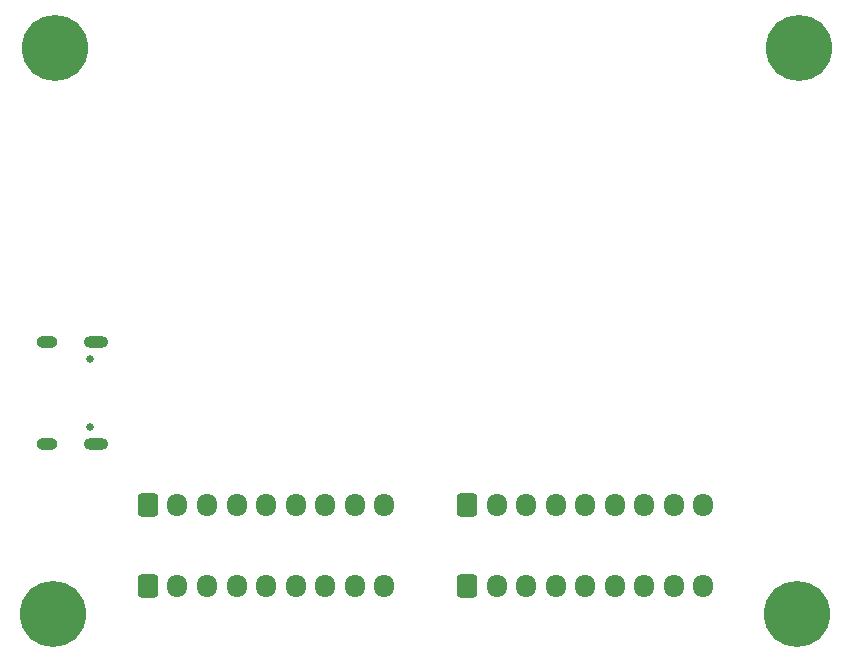
<source format=gbr>
%TF.GenerationSoftware,KiCad,Pcbnew,8.0.8*%
%TF.CreationDate,2025-05-21T09:44:21+02:00*%
%TF.ProjectId,Buttons_Displays_ESP32,42757474-6f6e-4735-9f44-6973706c6179,rev?*%
%TF.SameCoordinates,Original*%
%TF.FileFunction,Soldermask,Bot*%
%TF.FilePolarity,Negative*%
%FSLAX46Y46*%
G04 Gerber Fmt 4.6, Leading zero omitted, Abs format (unit mm)*
G04 Created by KiCad (PCBNEW 8.0.8) date 2025-05-21 09:44:21*
%MOMM*%
%LPD*%
G01*
G04 APERTURE LIST*
G04 Aperture macros list*
%AMRoundRect*
0 Rectangle with rounded corners*
0 $1 Rounding radius*
0 $2 $3 $4 $5 $6 $7 $8 $9 X,Y pos of 4 corners*
0 Add a 4 corners polygon primitive as box body*
4,1,4,$2,$3,$4,$5,$6,$7,$8,$9,$2,$3,0*
0 Add four circle primitives for the rounded corners*
1,1,$1+$1,$2,$3*
1,1,$1+$1,$4,$5*
1,1,$1+$1,$6,$7*
1,1,$1+$1,$8,$9*
0 Add four rect primitives between the rounded corners*
20,1,$1+$1,$2,$3,$4,$5,0*
20,1,$1+$1,$4,$5,$6,$7,0*
20,1,$1+$1,$6,$7,$8,$9,0*
20,1,$1+$1,$8,$9,$2,$3,0*%
G04 Aperture macros list end*
%ADD10RoundRect,0.250000X-0.600000X-0.725000X0.600000X-0.725000X0.600000X0.725000X-0.600000X0.725000X0*%
%ADD11O,1.700000X1.950000*%
%ADD12C,5.600000*%
%ADD13C,0.650000*%
%ADD14O,2.100000X1.000000*%
%ADD15O,1.800000X1.000000*%
G04 APERTURE END LIST*
D10*
%TO.C,J3*%
X108710000Y-91840000D03*
D11*
X111210000Y-91840000D03*
X113710000Y-91840000D03*
X116210000Y-91840000D03*
X118710000Y-91840000D03*
X121210000Y-91840000D03*
X123710000Y-91840000D03*
X126210000Y-91840000D03*
X128710000Y-91840000D03*
%TD*%
D10*
%TO.C,J4*%
X108710000Y-98740000D03*
D11*
X111210000Y-98740000D03*
X113710000Y-98740000D03*
X116210000Y-98740000D03*
X118710000Y-98740000D03*
X121210000Y-98740000D03*
X123710000Y-98740000D03*
X126210000Y-98740000D03*
X128710000Y-98740000D03*
%TD*%
D12*
%TO.C,REF\u002A\u002A*%
X163700000Y-101100000D03*
%TD*%
D10*
%TO.C,J2*%
X135730000Y-98740000D03*
D11*
X138230000Y-98740000D03*
X140730000Y-98740000D03*
X143230000Y-98740000D03*
X145730000Y-98740000D03*
X148230000Y-98740000D03*
X150730000Y-98740000D03*
X153230000Y-98740000D03*
X155730000Y-98740000D03*
%TD*%
D12*
%TO.C,REF\u002A\u002A*%
X163800000Y-53200000D03*
%TD*%
%TO.C,REF\u002A\u002A*%
X100800000Y-53200000D03*
%TD*%
%TO.C,REF\u002A\u002A*%
X100700000Y-101100000D03*
%TD*%
D10*
%TO.C,J1*%
X135730000Y-91840000D03*
D11*
X138230000Y-91840000D03*
X140730000Y-91840000D03*
X143230000Y-91840000D03*
X145730000Y-91840000D03*
X148230000Y-91840000D03*
X150730000Y-91840000D03*
X153230000Y-91840000D03*
X155730000Y-91840000D03*
%TD*%
D13*
%TO.C,J6*%
X103815000Y-79460000D03*
X103815000Y-85240000D03*
D14*
X104315000Y-78030000D03*
D15*
X100135000Y-78030000D03*
D14*
X104315000Y-86670000D03*
D15*
X100135000Y-86670000D03*
%TD*%
M02*

</source>
